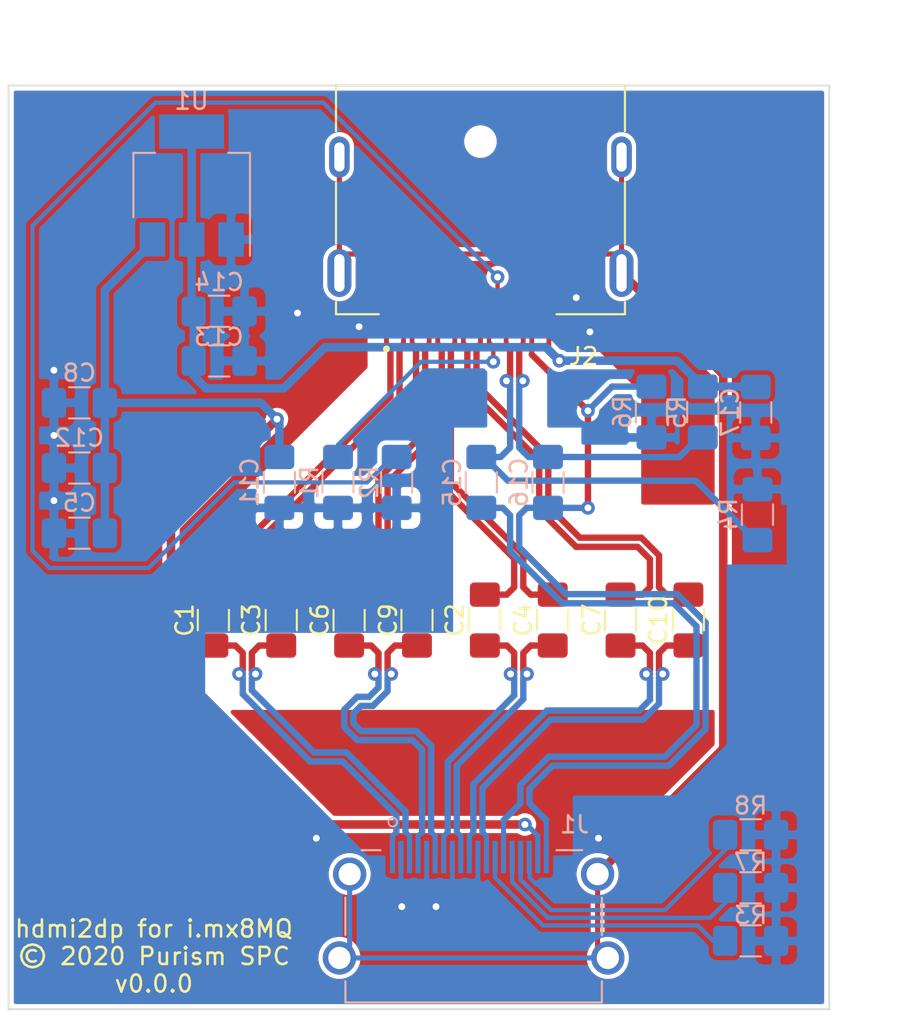
<source format=kicad_pcb>
(kicad_pcb (version 20171130) (host pcbnew 5.1.5-1.fc31)
  (title_block (company "Purism SPC"))
  (layers (0 F.Cu signal) (1 In1.Cu signal) (2 In2.Cu signal) (31 B.Cu signal) (35 F.Paste user) (36 B.SilkS user) (37 F.SilkS user) (38 B.Mask user) (39 F.Mask user) (44 Edge.Cuts user))
  (net 0 "")
  (net 1 /DCDC_5V)
  (net 2 GND)
  (net 3 "Net-(J2-Pad14)")
  (net 4 "Net-(J2-Pad13)")
  (net 5 /VDD_3V3)
  (net 6 Earth)
  (net 7 /HDMI_DDC_SCL)
  (net 8 /HDMI_DDC_SCA)
  (net 9 /HDMI_TX2P)
  (net 10 /HDMI_TX2N)
  (net 11 /HDMI_TX0P)
  (net 12 /HDMI_TX0N)
  (net 13 /HDMI_TX1P)
  (net 14 /HDMI_CLKP)
  (net 15 /HDMI_TX1N)
  (net 16 /HDMI_CLKN)
  (net 17 /HDMI_CEC)
  (net 18 /DP0_P)
  (net 19 /DP2_P)
  (net 20 /DP0_N)
  (net 21 /DP2_N)
  (net 22 /DP1_P)
  (net 23 /DP3_P)
  (net 24 /DP1_N)
  (net 25 /DP3_N)
  (net 26 /DP_AUX_P)
  (net 27 /DP_AUX_N)
  (net 28 /HDMI_HEACP)
  (net 29 /HDMI_HEACN)
  (module hdmi2dp:MOLEX_47272-0001 (layer F.Cu) (at 109.6 64 180)
    (fp_text reference J2 (at -6.025 -15.835) (layer F.SilkS))
    (fp_text value 47272-0001)
    (pad 1 smd rect (at 5.5 -13.56 180) (size 0.28 2.4) (layers F.Cu F.Paste F.Mask) (net 18 /DP0_P))
    (pad S1 thru_hole oval (at -8.25 -10.96 180) (size 1.4 2.8) (drill oval 0.6 2.2) (layers *.Cu *.Mask) (net 6 Earth))
    (pad S3 thru_hole oval (at -8.25 -4.18 180) (size 1.2 2.4) (drill oval 0.6 1.7) (layers *.Cu *.Mask) (net 6 Earth))
    (pad None np_thru_hole circle (at 0 -3.28 180) (size 1.4 1.4) (drill 1.4) (layers *.Cu *.Mask))
    (pad S2 thru_hole oval (at 8.25 -10.96 180) (size 1.4 2.8) (drill oval 0.6 2.2) (layers *.Cu *.Mask) (net 6 Earth))
    (pad S4 thru_hole oval (at 8.25 -4.18 180) (size 1.2 2.4) (drill oval 0.6 1.7) (layers *.Cu *.Mask) (net 6 Earth))
    (pad 2 smd rect (at 5 -13.56 180) (size 0.28 2.4) (layers F.Cu F.Paste F.Mask) (net 2 GND))
    (pad 3 smd rect (at 4.5 -13.56 180) (size 0.28 2.4) (layers F.Cu F.Paste F.Mask) (net 20 /DP0_N))
    (pad 4 smd rect (at 4 -13.56 180) (size 0.28 2.4) (layers F.Cu F.Paste F.Mask) (net 22 /DP1_P))
    (pad 5 smd rect (at 3.5 -13.56 180) (size 0.28 2.4) (layers F.Cu F.Paste F.Mask) (net 2 GND))
    (pad 6 smd rect (at 3 -13.56 180) (size 0.28 2.4) (layers F.Cu F.Paste F.Mask) (net 24 /DP1_N))
    (pad 7 smd rect (at 2.5 -13.56 180) (size 0.28 2.4) (layers F.Cu F.Paste F.Mask) (net 19 /DP2_P))
    (pad 8 smd rect (at 2 -13.56 180) (size 0.28 2.4) (layers F.Cu F.Paste F.Mask) (net 2 GND))
    (pad 9 smd rect (at 1.5 -13.56 180) (size 0.28 2.4) (layers F.Cu F.Paste F.Mask) (net 21 /DP2_N))
    (pad 10 smd rect (at 1 -13.56 180) (size 0.28 2.4) (layers F.Cu F.Paste F.Mask) (net 23 /DP3_P))
    (pad 11 smd rect (at 0.5 -13.56 180) (size 0.28 2.4) (layers F.Cu F.Paste F.Mask) (net 2 GND))
    (pad 12 smd rect (at 0 -13.56 180) (size 0.28 2.4) (layers F.Cu F.Paste F.Mask) (net 25 /DP3_N))
    (pad 13 smd rect (at -0.5 -13.56 180) (size 0.28 2.4) (layers F.Cu F.Paste F.Mask) (net 4 "Net-(J2-Pad13)"))
    (pad 14 smd rect (at -1 -13.56 180) (size 0.28 2.4) (layers F.Cu F.Paste F.Mask) (net 3 "Net-(J2-Pad14)"))
    (pad 15 smd rect (at -1.5 -13.56 180) (size 0.28 2.4) (layers F.Cu F.Paste F.Mask) (net 26 /DP_AUX_P))
    (pad 16 smd rect (at -2 -13.56 180) (size 0.28 2.4) (layers F.Cu F.Paste F.Mask) (net 2 GND))
    (pad 17 smd rect (at -2.5 -13.56 180) (size 0.28 2.4) (layers F.Cu F.Paste F.Mask) (net 27 /DP_AUX_N))
    (pad 18 smd rect (at -3 -13.56 180) (size 0.28 2.4) (layers F.Cu F.Paste F.Mask) (net 29 /HDMI_HEACN))
    (pad 19 smd rect (at -3.5 -13.56 180) (size 0.28 2.4) (layers F.Cu F.Paste F.Mask) (net 2 GND))
    (pad 20 smd rect (at -4 -13.56 180) (size 0.28 2.4) (layers F.Cu F.Paste F.Mask) (net 5 /VDD_3V3))
  )
  (module Capacitor_SMD:C_1206_3216Metric_Pad1.42x1.75mm_HandSolder (layer B.Cu) (at 109.65 87.2025 270)
    (fp_text reference C15 (at 0 1.7 270) (layer B.SilkS) (effects (justify mirror)))
    (fp_text value 0,1uF)
    (pad 2 smd roundrect (at 1.4875 0 270) (size 1.425 1.75) (layers B.Cu B.Paste B.Mask) (roundrect_rratio 0.175439) (net 28 /HDMI_HEACP))
    (pad 1 smd roundrect (at -1.4875 0 270) (size 1.425 1.75) (layers B.Cu B.Paste B.Mask) (roundrect_rratio 0.175439) (net 26 /DP_AUX_P))
  )
  (module Package_TO_SOT_SMD:SOT-223-3_TabPin2 (layer B.Cu) (at 92.71 69.85 90)
    (fp_text reference U1 (at 4.95 -0.01) (layer B.SilkS) (effects (justify mirror)))
    (fp_text value AMS1117-3.3)
    (pad 1 smd rect (at -3.15 2.3 90) (size 2 1.5) (layers B.Cu B.Paste B.Mask) (net 2 GND))
    (pad 3 smd rect (at -3.15 -2.3 90) (size 2 1.5) (layers B.Cu B.Paste B.Mask) (net 1 /DCDC_5V))
    (pad 2 smd rect (at -3.15 0 90) (size 2 1.5) (layers B.Cu B.Paste B.Mask) (net 5 /VDD_3V3))
    (pad 2 smd rect (at 3.15 0 90) (size 2 3.8) (layers B.Cu B.Paste B.Mask) (net 5 /VDD_3V3))
  )
  (module Capacitor_SMD:C_1206_3216Metric_Pad1.42x1.75mm_HandSolder (layer B.Cu) (at 125.7 83.1125 270)
    (fp_text reference C17 (at -0.0125 1.5 270) (layer B.SilkS) (effects (justify mirror)))
    (fp_text value 1uF)
    (pad 2 smd roundrect (at 1.4875 0 270) (size 1.425 1.75) (layers B.Cu B.Paste B.Mask) (roundrect_rratio 0.175439) (net 2 GND))
    (pad 1 smd roundrect (at -1.4875 0 270) (size 1.425 1.75) (layers B.Cu B.Paste B.Mask) (roundrect_rratio 0.175439) (net 5 /VDD_3V3))
  )
  (module Resistor_SMD:R_1206_3216Metric_Pad1.42x1.75mm_HandSolder (layer B.Cu) (at 122.6 83.0875 90)
    (fp_text reference R5 (at -0.0125 -1.5 270) (layer B.SilkS) (effects (justify mirror)))
    (fp_text value 100K)
    (pad 2 smd roundrect (at 1.4875 0 90) (size 1.425 1.75) (layers B.Cu B.Paste B.Mask) (roundrect_rratio 0.175439) (net 5 /VDD_3V3))
    (pad 1 smd roundrect (at -1.4875 0 90) (size 1.425 1.75) (layers B.Cu B.Paste B.Mask) (roundrect_rratio 0.175439) (net 27 /DP_AUX_N))
  )
  (module Resistor_SMD:R_1206_3216Metric_Pad1.42x1.75mm_HandSolder (layer B.Cu) (at 125.4 110.9)
    (fp_text reference R7 (at 0 -1.5 180) (layer B.SilkS) (effects (justify mirror)))
    (fp_text value >100K)
    (pad 2 smd roundrect (at 1.4875 0) (size 1.425 1.75) (layers B.Cu B.Paste B.Mask) (roundrect_rratio 0.175439) (net 2 GND))
    (pad 1 smd roundrect (at -1.4875 0) (size 1.425 1.75) (layers B.Cu B.Paste B.Mask) (roundrect_rratio 0.175439) (net 7 /HDMI_DDC_SCL))
  )
  (module Resistor_SMD:R_1206_3216Metric_Pad1.42x1.75mm_HandSolder (layer B.Cu) (at 125.4 114)
    (fp_text reference R3 (at 0 -1.5 180) (layer B.SilkS) (effects (justify mirror)))
    (fp_text value >100K)
    (pad 2 smd roundrect (at 1.4875 0) (size 1.425 1.75) (layers B.Cu B.Paste B.Mask) (roundrect_rratio 0.175439) (net 2 GND))
    (pad 1 smd roundrect (at -1.4875 0) (size 1.425 1.75) (layers B.Cu B.Paste B.Mask) (roundrect_rratio 0.175439) (net 17 /HDMI_CEC))
  )
  (module Resistor_SMD:R_1206_3216Metric_Pad1.42x1.75mm_HandSolder (layer B.Cu) (at 125.4 107.8)
    (fp_text reference R8 (at 0 -1.7 180) (layer B.SilkS) (effects (justify mirror)))
    (fp_text value >100K)
    (pad 2 smd roundrect (at 1.4875 0) (size 1.425 1.75) (layers B.Cu B.Paste B.Mask) (roundrect_rratio 0.175439) (net 2 GND))
    (pad 1 smd roundrect (at -1.4875 0) (size 1.425 1.75) (layers B.Cu B.Paste B.Mask) (roundrect_rratio 0.175439) (net 8 /HDMI_DDC_SCA))
  )
  (module hdmi2dp:AMPHENOL_10029449-001RLF (layer B.Cu) (at 109.2 110.1 180)
    (fp_text reference J1 (at -5.9 2.9) (layer B.SilkS) (effects (justify mirror)))
    (fp_text value HDMI_A)
    (pad S4 thru_hole circle (at 7.85 -4.9 180) (size 1.95 1.95) (drill 1.3) (layers *.Cu *.Mask) (net 6 Earth))
    (pad S3 thru_hole circle (at -7.85 -4.9 180) (size 1.95 1.95) (drill 1.3) (layers *.Cu *.Mask) (net 6 Earth))
    (pad S1 thru_hole circle (at 7.25 0 180) (size 1.95 1.95) (drill 1.3) (layers *.Cu *.Mask) (net 6 Earth))
    (pad S2 thru_hole circle (at -7.25 0 180) (size 1.95 1.95) (drill 1.3) (layers *.Cu *.Mask) (net 6 Earth))
    (pad 19 smd rect (at -4.25 1 180) (size 0.3 1.9) (layers B.Cu B.Paste B.Mask) (net 29 /HDMI_HEACN))
    (pad 18 smd rect (at -3.75 1 180) (size 0.3 1.9) (layers B.Cu B.Paste B.Mask) (net 1 /DCDC_5V))
    (pad 17 smd rect (at -3.25 1 180) (size 0.3 1.9) (layers B.Cu B.Paste B.Mask) (net 2 GND))
    (pad 16 smd rect (at -2.75 1 180) (size 0.3 1.9) (layers B.Cu B.Paste B.Mask) (net 8 /HDMI_DDC_SCA))
    (pad 15 smd rect (at -2.25 1 180) (size 0.3 1.9) (layers B.Cu B.Paste B.Mask) (net 7 /HDMI_DDC_SCL))
    (pad 14 smd rect (at -1.75 1 180) (size 0.3 1.9) (layers B.Cu B.Paste B.Mask) (net 28 /HDMI_HEACP))
    (pad 13 smd rect (at -1.25 1 180) (size 0.3 1.9) (layers B.Cu B.Paste B.Mask) (net 17 /HDMI_CEC))
    (pad 12 smd rect (at -0.75 1 180) (size 0.3 1.9) (layers B.Cu B.Paste B.Mask) (net 16 /HDMI_CLKN))
    (pad 11 smd rect (at -0.25 1 180) (size 0.3 1.9) (layers B.Cu B.Paste B.Mask) (net 2 GND))
    (pad 10 smd rect (at 0.25 1 180) (size 0.3 1.9) (layers B.Cu B.Paste B.Mask) (net 14 /HDMI_CLKP))
    (pad 9 smd rect (at 0.75 1 180) (size 0.3 1.9) (layers B.Cu B.Paste B.Mask) (net 12 /HDMI_TX0N))
    (pad 8 smd rect (at 1.25 1 180) (size 0.3 1.9) (layers B.Cu B.Paste B.Mask) (net 2 GND))
    (pad 7 smd rect (at 1.75 1 180) (size 0.3 1.9) (layers B.Cu B.Paste B.Mask) (net 11 /HDMI_TX0P))
    (pad 6 smd rect (at 2.25 1 180) (size 0.3 1.9) (layers B.Cu B.Paste B.Mask) (net 15 /HDMI_TX1N))
    (pad 5 smd rect (at 2.75 1 180) (size 0.3 1.9) (layers B.Cu B.Paste B.Mask) (net 2 GND))
    (pad 4 smd rect (at 3.25 1 180) (size 0.3 1.9) (layers B.Cu B.Paste B.Mask) (net 13 /HDMI_TX1P))
    (pad 3 smd rect (at 3.75 1 180) (size 0.3 1.9) (layers B.Cu B.Paste B.Mask) (net 10 /HDMI_TX2N))
    (pad 2 smd rect (at 4.25 1 180) (size 0.3 1.9) (layers B.Cu B.Paste B.Mask) (net 2 GND))
    (pad 1 smd rect (at 4.75 1 180) (size 0.3 1.9) (layers B.Cu B.Paste B.Mask) (net 9 /HDMI_TX2P))
  )
  (module Capacitor_SMD:C_1206_3216Metric_Pad1.42x1.75mm_HandSolder (layer F.Cu) (at 93.98 95.25 270)
    (fp_text reference C1 (at 0 1.68 90) (layer F.SilkS))
    (fp_text value 0,1uF)
    (pad 2 smd roundrect (at 1.4875 0 270) (size 1.425 1.75) (layers F.Cu F.Paste F.Mask) (roundrect_rratio 0.175439) (net 9 /HDMI_TX2P))
    (pad 1 smd roundrect (at -1.4875 0 270) (size 1.425 1.75) (layers F.Cu F.Paste F.Mask) (roundrect_rratio 0.175439) (net 18 /DP0_P))
  )
  (module Capacitor_SMD:C_1206_3216Metric_Pad1.42x1.75mm_HandSolder (layer F.Cu) (at 109.855 95.25 270)
    (fp_text reference C2 (at 0 1.755 90) (layer F.SilkS))
    (fp_text value 0,1uF)
    (pad 2 smd roundrect (at 1.4875 0 270) (size 1.425 1.75) (layers F.Cu F.Paste F.Mask) (roundrect_rratio 0.175439) (net 11 /HDMI_TX0P))
    (pad 1 smd roundrect (at -1.4875 0 270) (size 1.425 1.75) (layers F.Cu F.Paste F.Mask) (roundrect_rratio 0.175439) (net 19 /DP2_P))
  )
  (module Capacitor_SMD:C_1206_3216Metric_Pad1.42x1.75mm_HandSolder (layer F.Cu) (at 97.94875 95.25 270)
    (fp_text reference C3 (at 0 1.74875 90) (layer F.SilkS))
    (fp_text value 0,1uF)
    (pad 2 smd roundrect (at 1.4875 0 270) (size 1.425 1.75) (layers F.Cu F.Paste F.Mask) (roundrect_rratio 0.175439) (net 10 /HDMI_TX2N))
    (pad 1 smd roundrect (at -1.4875 0 270) (size 1.425 1.75) (layers F.Cu F.Paste F.Mask) (roundrect_rratio 0.175439) (net 20 /DP0_N))
  )
  (module Capacitor_SMD:C_1206_3216Metric_Pad1.42x1.75mm_HandSolder (layer F.Cu) (at 113.82375 95.25 270)
    (fp_text reference C4 (at 0 1.72375 90) (layer F.SilkS))
    (fp_text value 0,1uF)
    (pad 2 smd roundrect (at 1.4875 0 270) (size 1.425 1.75) (layers F.Cu F.Paste F.Mask) (roundrect_rratio 0.175439) (net 12 /HDMI_TX0N))
    (pad 1 smd roundrect (at -1.4875 0 270) (size 1.425 1.75) (layers F.Cu F.Paste F.Mask) (roundrect_rratio 0.175439) (net 21 /DP2_N))
  )
  (module Capacitor_SMD:C_1206_3216Metric_Pad1.42x1.75mm_HandSolder (layer B.Cu) (at 86.1425 90.17 180)
    (fp_text reference C5 (at 0 1.77) (layer B.SilkS) (effects (justify mirror)))
    (fp_text value 22uF)
    (pad 2 smd roundrect (at 1.4875 0 180) (size 1.425 1.75) (layers B.Cu B.Paste B.Mask) (roundrect_rratio 0.175439) (net 2 GND))
    (pad 1 smd roundrect (at -1.4875 0 180) (size 1.425 1.75) (layers B.Cu B.Paste B.Mask) (roundrect_rratio 0.175439) (net 1 /DCDC_5V))
  )
  (module Capacitor_SMD:C_1206_3216Metric_Pad1.42x1.75mm_HandSolder (layer F.Cu) (at 101.9175 95.25 270)
    (fp_text reference C6 (at 0 1.7175 90) (layer F.SilkS))
    (fp_text value 0,1uF)
    (pad 2 smd roundrect (at 1.4875 0 270) (size 1.425 1.75) (layers F.Cu F.Paste F.Mask) (roundrect_rratio 0.175439) (net 13 /HDMI_TX1P))
    (pad 1 smd roundrect (at -1.4875 0 270) (size 1.425 1.75) (layers F.Cu F.Paste F.Mask) (roundrect_rratio 0.175439) (net 22 /DP1_P))
  )
  (module Capacitor_SMD:C_1206_3216Metric_Pad1.42x1.75mm_HandSolder (layer F.Cu) (at 117.7925 95.25 270)
    (fp_text reference C7 (at 0 1.6925 90) (layer F.SilkS))
    (fp_text value 0,1uF)
    (pad 2 smd roundrect (at 1.4875 0 270) (size 1.425 1.75) (layers F.Cu F.Paste F.Mask) (roundrect_rratio 0.175439) (net 14 /HDMI_CLKP))
    (pad 1 smd roundrect (at -1.4875 0 270) (size 1.425 1.75) (layers F.Cu F.Paste F.Mask) (roundrect_rratio 0.175439) (net 23 /DP3_P))
  )
  (module Capacitor_SMD:C_1206_3216Metric_Pad1.42x1.75mm_HandSolder (layer B.Cu) (at 86.1425 82.55 180)
    (fp_text reference C8 (at 0 1.75) (layer B.SilkS) (effects (justify mirror)))
    (fp_text value 0,1uF)
    (pad 2 smd roundrect (at 1.4875 0 180) (size 1.425 1.75) (layers B.Cu B.Paste B.Mask) (roundrect_rratio 0.175439) (net 2 GND))
    (pad 1 smd roundrect (at -1.4875 0 180) (size 1.425 1.75) (layers B.Cu B.Paste B.Mask) (roundrect_rratio 0.175439) (net 1 /DCDC_5V))
  )
  (module Capacitor_SMD:C_1206_3216Metric_Pad1.42x1.75mm_HandSolder (layer F.Cu) (at 105.88625 95.25 270)
    (fp_text reference C9 (at 0 1.68625 90) (layer F.SilkS))
    (fp_text value 0,1uF)
    (pad 2 smd roundrect (at 1.4875 0 270) (size 1.425 1.75) (layers F.Cu F.Paste F.Mask) (roundrect_rratio 0.175439) (net 15 /HDMI_TX1N))
    (pad 1 smd roundrect (at -1.4875 0 270) (size 1.425 1.75) (layers F.Cu F.Paste F.Mask) (roundrect_rratio 0.175439) (net 24 /DP1_N))
  )
  (module Capacitor_SMD:C_1206_3216Metric_Pad1.42x1.75mm_HandSolder (layer F.Cu) (at 121.76125 95.25 270)
    (fp_text reference C10 (at 0 1.76125 90) (layer F.SilkS))
    (fp_text value 0,1uF)
    (pad 2 smd roundrect (at 1.4875 0 270) (size 1.425 1.75) (layers F.Cu F.Paste F.Mask) (roundrect_rratio 0.175439) (net 16 /HDMI_CLKN))
    (pad 1 smd roundrect (at -1.4875 0 270) (size 1.425 1.75) (layers F.Cu F.Paste F.Mask) (roundrect_rratio 0.175439) (net 25 /DP3_N))
  )
  (module Capacitor_SMD:C_1206_3216Metric_Pad1.42x1.75mm_HandSolder (layer B.Cu) (at 97.839 87.2025 90)
    (fp_text reference C11 (at 0.0025 -1.739 270) (layer B.SilkS) (effects (justify mirror)))
    (fp_text value 10uF)
    (pad 2 smd roundrect (at 1.4875 0 90) (size 1.425 1.75) (layers B.Cu B.Paste B.Mask) (roundrect_rratio 0.175439) (net 1 /DCDC_5V))
    (pad 1 smd roundrect (at -1.4875 0 90) (size 1.425 1.75) (layers B.Cu B.Paste B.Mask) (roundrect_rratio 0.175439) (net 2 GND))
  )
  (module Capacitor_SMD:C_1206_3216Metric_Pad1.42x1.75mm_HandSolder (layer B.Cu) (at 86.1425 86.36)
    (fp_text reference C12 (at 0 -1.76) (layer B.SilkS) (effects (justify mirror)))
    (fp_text value 0,1uF)
    (pad 2 smd roundrect (at 1.4875 0) (size 1.425 1.75) (layers B.Cu B.Paste B.Mask) (roundrect_rratio 0.175439) (net 1 /DCDC_5V))
    (pad 1 smd roundrect (at -1.4875 0) (size 1.425 1.75) (layers B.Cu B.Paste B.Mask) (roundrect_rratio 0.175439) (net 2 GND))
  )
  (module Resistor_SMD:R_1206_3216Metric_Pad1.42x1.75mm_HandSolder (layer B.Cu) (at 101.268 87.2025 270)
    (fp_text reference R1 (at 0 1.668 90) (layer B.SilkS) (effects (justify mirror)))
    (fp_text value 1M)
    (pad 2 smd roundrect (at 1.4875 0 270) (size 1.425 1.75) (layers B.Cu B.Paste B.Mask) (roundrect_rratio 0.175439) (net 2 GND))
    (pad 1 smd roundrect (at -1.4875 0 270) (size 1.425 1.75) (layers B.Cu B.Paste B.Mask) (roundrect_rratio 0.175439) (net 4 "Net-(J2-Pad13)"))
  )
  (module Resistor_SMD:R_1206_3216Metric_Pad1.42x1.75mm_HandSolder (layer B.Cu) (at 104.697 87.2025 270)
    (fp_text reference R2 (at -0.0025 1.597 270) (layer B.SilkS) (effects (justify mirror)))
    (fp_text value 1M)
    (pad 2 smd roundrect (at 1.4875 0 270) (size 1.425 1.75) (layers B.Cu B.Paste B.Mask) (roundrect_rratio 0.175439) (net 2 GND))
    (pad 1 smd roundrect (at -1.4875 0 270) (size 1.425 1.75) (layers B.Cu B.Paste B.Mask) (roundrect_rratio 0.175439) (net 3 "Net-(J2-Pad14)"))
  )
  (module Capacitor_SMD:C_1206_3216Metric_Pad1.42x1.75mm_HandSolder (layer B.Cu) (at 94.3125 80.1)
    (fp_text reference C13 (at -0.0125 -1.4 180) (layer B.SilkS) (effects (justify mirror)))
    (fp_text value 0,1uF)
    (pad 2 smd roundrect (at 1.4875 0) (size 1.425 1.75) (layers B.Cu B.Paste B.Mask) (roundrect_rratio 0.175439) (net 2 GND))
    (pad 1 smd roundrect (at -1.4875 0) (size 1.425 1.75) (layers B.Cu B.Paste B.Mask) (roundrect_rratio 0.175439) (net 5 /VDD_3V3))
  )
  (module Capacitor_SMD:C_1206_3216Metric_Pad1.42x1.75mm_HandSolder (layer B.Cu) (at 94.3125 77.2)
    (fp_text reference C14 (at 0 -1.7 180) (layer B.SilkS) (effects (justify mirror)))
    (fp_text value 22uF)
    (pad 2 smd roundrect (at 1.4875 0) (size 1.425 1.75) (layers B.Cu B.Paste B.Mask) (roundrect_rratio 0.175439) (net 2 GND))
    (pad 1 smd roundrect (at -1.4875 0) (size 1.425 1.75) (layers B.Cu B.Paste B.Mask) (roundrect_rratio 0.175439) (net 5 /VDD_3V3))
  )
  (module Capacitor_SMD:C_1206_3216Metric_Pad1.42x1.75mm_HandSolder (layer B.Cu) (at 113.55 87.2025 270)
    (fp_text reference C16 (at 0 1.7 270) (layer B.SilkS) (effects (justify mirror)))
    (fp_text value 0,1uF)
    (pad 2 smd roundrect (at 1.4875 0 270) (size 1.425 1.75) (layers B.Cu B.Paste B.Mask) (roundrect_rratio 0.175439) (net 29 /HDMI_HEACN))
    (pad 1 smd roundrect (at -1.4875 0 270) (size 1.425 1.75) (layers B.Cu B.Paste B.Mask) (roundrect_rratio 0.175439) (net 27 /DP_AUX_N))
  )
  (module Resistor_SMD:R_1206_3216Metric_Pad1.42x1.75mm_HandSolder (layer B.Cu) (at 125.8 89.0875 90)
    (fp_text reference R4 (at 0 -1.7 270) (layer B.SilkS) (effects (justify mirror)))
    (fp_text value 100K)
    (pad 2 smd roundrect (at 1.4875 0 90) (size 1.425 1.75) (layers B.Cu B.Paste B.Mask) (roundrect_rratio 0.175439) (net 2 GND))
    (pad 1 smd roundrect (at -1.4875 0 90) (size 1.425 1.75) (layers B.Cu B.Paste B.Mask) (roundrect_rratio 0.175439) (net 26 /DP_AUX_P))
  )
  (module Resistor_SMD:R_1206_3216Metric_Pad1.42x1.75mm_HandSolder (layer B.Cu) (at 119.6 83.0875 270)
    (fp_text reference R6 (at 0 1.7 270) (layer B.SilkS) (effects (justify mirror)))
    (fp_text value 1M)
    (pad 2 smd roundrect (at 1.4875 0 270) (size 1.425 1.75) (layers B.Cu B.Paste B.Mask) (roundrect_rratio 0.175439) (net 2 GND))
    (pad 1 smd roundrect (at -1.4875 0 270) (size 1.425 1.75) (layers B.Cu B.Paste B.Mask) (roundrect_rratio 0.175439) (net 29 /HDMI_HEACN))
  )
  (gr_text "hdmi2dp for i.mx8MQ\n© 2020 Purism SPC\nv0.0.0" (at 90.5 114.9) (layer F.SilkS) (effects (font (size 1 1))))
  (gr_line (start 130 64) (end 130 118) (layer Edge.Cuts) (width 0.1))
  (gr_line (start 82 64) (end 130 64) (layer Edge.Cuts) (width 0.1))
  (gr_line (start 82 118) (end 82 64) (layer Edge.Cuts) (width 0.1))
  (gr_line (start 130 118) (end 82 118) (layer Edge.Cuts) (width 0.1))
  (segment (start 97.839 85.0025) (end 97.839 85.715) (width 0.25) (layer B.Cu) (net 1))
  (via (at 97.7 83.5) (size 0.8) (drill 0.4) (layers F.Cu B.Cu) (net 1))
  (segment (start 87.63 85.485) (end 87.63 86.36) (width 0.25) (layer B.Cu) (net 1))
  (segment (start 87.63 90.17) (end 87.63 86.36) (width 0.5) (layer B.Cu) (net 1))
  (segment (start 87.63 86.36) (end 87.63 82.55) (width 0.5) (layer B.Cu) (net 1))
  (segment (start 97.839 83.639) (end 97.7 83.5) (width 0.5) (layer B.Cu) (net 1))
  (segment (start 97.839 85.715) (end 97.839 83.639) (width 0.5) (layer B.Cu) (net 1))
  (segment (start 96.75 82.55) (end 97.7 83.5) (width 0.5) (layer B.Cu) (net 1))
  (segment (start 87.63 82.55) (end 96.75 82.55) (width 0.5) (layer B.Cu) (net 1))
  (segment (start 90.41 73.19) (end 90.41 73) (width 0.5) (layer B.Cu) (net 1))
  (segment (start 87.63 82.55) (end 87.63 75.97) (width 0.5) (layer B.Cu) (net 1))
  (segment (start 87.63 75.97) (end 90.41 73.19) (width 0.5) (layer B.Cu) (net 1))
  (segment (start 112.3 107.2) (end 112.2 107.2) (width 0.3) (layer B.Cu) (net 1))
  (via (at 112.2 107.2) (size 0.8) (drill 0.4) (layers F.Cu B.Cu) (net 1))
  (segment (start 112.95 107.85) (end 112.3 107.2) (width 0.3) (layer B.Cu) (net 1))
  (segment (start 112.95 109.1) (end 112.95 107.85) (width 0.3) (layer B.Cu) (net 1))
  (segment (start 91.5 89.7) (end 91.5 97.9) (width 0.5) (layer F.Cu) (net 1))
  (segment (start 97.7 83.5) (end 91.5 89.7) (width 0.5) (layer F.Cu) (net 1))
  (segment (start 91.5 97.9) (end 100.8 107.2) (width 0.5) (layer F.Cu) (net 1))
  (segment (start 100.8 107.2) (end 111.634315 107.2) (width 0.5) (layer F.Cu) (net 1))
  (segment (start 111.634315 107.2) (end 112.2 107.2) (width 0.5) (layer F.Cu) (net 1))
  (via (at 98.9 77.3) (size 0.8) (drill 0.4) (layers F.Cu B.Cu) (net 2))
  (segment (start 104.6 76.11) (end 104.6 77.56) (width 0.25) (layer F.Cu) (net 2))
  (segment (start 95.9 77.3) (end 95.8 77.2) (width 0.25) (layer B.Cu) (net 2))
  (segment (start 98.9 77.3) (end 95.9 77.3) (width 0.25) (layer B.Cu) (net 2))
  (segment (start 106.1 76.11) (end 106.1 77.56) (width 0.25) (layer F.Cu) (net 2))
  (segment (start 106.024999 76.034999) (end 106.1 76.11) (width 0.25) (layer F.Cu) (net 2))
  (segment (start 107.6 76.11) (end 107.6 77.56) (width 0.25) (layer F.Cu) (net 2))
  (segment (start 109.1 76.11) (end 109.1 77.56) (width 0.25) (layer F.Cu) (net 2))
  (segment (start 109.024999 76.034999) (end 109.1 76.11) (width 0.25) (layer F.Cu) (net 2))
  (segment (start 103.7 75.9) (end 102.3 77.3) (width 0.25) (layer F.Cu) (net 2))
  (segment (start 102.3 77.3) (end 98.9 77.3) (width 0.25) (layer F.Cu) (net 2))
  (segment (start 104.6 76.11) (end 104.39 75.9) (width 0.25) (layer F.Cu) (net 2))
  (segment (start 104.39 75.9) (end 103.7 75.9) (width 0.25) (layer F.Cu) (net 2))
  (segment (start 104.6 76.11) (end 104.81 75.9) (width 0.25) (layer F.Cu) (net 2))
  (segment (start 105.89 75.9) (end 106.024999 76.034999) (width 0.25) (layer F.Cu) (net 2))
  (segment (start 104.81 75.9) (end 105.89 75.9) (width 0.25) (layer F.Cu) (net 2))
  (segment (start 107.39 75.9) (end 107.6 76.11) (width 0.25) (layer F.Cu) (net 2))
  (segment (start 106.024999 76.034999) (end 106.159998 75.9) (width 0.25) (layer F.Cu) (net 2))
  (segment (start 106.159998 75.9) (end 107.39 75.9) (width 0.25) (layer F.Cu) (net 2))
  (segment (start 108.89 75.9) (end 109.024999 76.034999) (width 0.25) (layer F.Cu) (net 2))
  (segment (start 107.6 76.11) (end 107.81 75.9) (width 0.25) (layer F.Cu) (net 2))
  (segment (start 107.81 75.9) (end 108.89 75.9) (width 0.25) (layer F.Cu) (net 2))
  (segment (start 109.45 110.3) (end 109.45 109.1) (width 0.25) (layer B.Cu) (net 2))
  (segment (start 109.25 110.5) (end 109.45 110.3) (width 0.25) (layer B.Cu) (net 2))
  (segment (start 107.999998 110.5) (end 109.25 110.5) (width 0.25) (layer B.Cu) (net 2))
  (segment (start 106.45 110.45) (end 106.5 110.5) (width 0.25) (layer B.Cu) (net 2))
  (segment (start 106.45 109.1) (end 106.45 110.45) (width 0.25) (layer B.Cu) (net 2))
  (segment (start 106.5 110.5) (end 107.75 110.5) (width 0.25) (layer B.Cu) (net 2))
  (segment (start 104.915 110.5) (end 105.164998 110.5) (width 0.25) (layer B.Cu) (net 2))
  (segment (start 105.164998 110.5) (end 106.5 110.5) (width 0.25) (layer B.Cu) (net 2))
  (segment (start 104.95 110.465) (end 104.915 110.5) (width 0.25) (layer B.Cu) (net 2))
  (segment (start 104.95 109.1) (end 104.95 110.465) (width 0.25) (layer B.Cu) (net 2))
  (segment (start 107.75 110.5) (end 107.999998 110.5) (width 0.25) (layer B.Cu) (net 2))
  (segment (start 107.95 110.450002) (end 107.999998 110.5) (width 0.25) (layer B.Cu) (net 2))
  (segment (start 107.95 109.1) (end 107.95 110.450002) (width 0.25) (layer B.Cu) (net 2))
  (via (at 116 78.4) (size 0.8) (drill 0.4) (layers F.Cu B.Cu) (net 2))
  (via (at 115.2 76.4) (size 0.8) (drill 0.4) (layers F.Cu B.Cu) (net 2))
  (via (at 102.5 78.1) (size 0.8) (drill 0.4) (layers F.Cu B.Cu) (net 2))
  (via (at 105 112) (size 0.8) (drill 0.4) (layers F.Cu B.Cu) (net 2))
  (via (at 107 112) (size 0.8) (drill 0.4) (layers F.Cu B.Cu) (net 2))
  (via (at 100 108) (size 0.8) (drill 0.4) (layers F.Cu B.Cu) (net 2))
  (via (at 116.5 108) (size 0.8) (drill 0.4) (layers F.Cu B.Cu) (net 2))
  (segment (start 114.7 75.9) (end 115.2 76.4) (width 0.25) (layer F.Cu) (net 2))
  (segment (start 112.89 75.9) (end 114.7 75.9) (width 0.25) (layer F.Cu) (net 2))
  (segment (start 113.1 75.9) (end 113.1 77.56) (width 0.25) (layer F.Cu) (net 2))
  (segment (start 112.89 75.9) (end 113.1 75.9) (width 0.25) (layer F.Cu) (net 2))
  (segment (start 111.8 75.9) (end 112.89 75.9) (width 0.25) (layer F.Cu) (net 2))
  (segment (start 111.6 77.56) (end 111.6 76.1) (width 0.25) (layer F.Cu) (net 2))
  (segment (start 111.6 76.1) (end 111.8 75.9) (width 0.25) (layer F.Cu) (net 2))
  (via (at 84.655 80.645) (size 0.8) (drill 0.4) (layers F.Cu B.Cu) (net 2))
  (via (at 84.655 88.265) (size 0.8) (drill 0.4) (layers F.Cu B.Cu) (net 2))
  (via (at 84.655 84.455) (size 0.8) (drill 0.4) (layers F.Cu B.Cu) (net 2))
  (segment (start 93.2 91.6) (end 96.11 88.69) (width 0.25) (layer B.Cu) (net 2))
  (segment (start 103.9 110.5) (end 103.6 110.2) (width 0.25) (layer B.Cu) (net 2))
  (segment (start 96.11 88.69) (end 97.839 88.69) (width 0.25) (layer B.Cu) (net 2))
  (segment (start 104.915 110.5) (end 103.9 110.5) (width 0.25) (layer B.Cu) (net 2))
  (segment (start 103.6 110.2) (end 103.6 109.8) (width 0.25) (layer B.Cu) (net 2))
  (segment (start 93.2 99.4) (end 93.2 91.6) (width 0.25) (layer B.Cu) (net 2))
  (segment (start 103.6 109.8) (end 93.2 99.4) (width 0.25) (layer B.Cu) (net 2))
  (segment (start 117 106) (end 126.55 106) (width 0.25) (layer B.Cu) (net 2))
  (segment (start 115.25 107.75) (end 117 106) (width 0.25) (layer B.Cu) (net 2))
  (segment (start 126.8875 106.3375) (end 126.8875 107.8) (width 0.25) (layer B.Cu) (net 2))
  (segment (start 115.25 109.187999) (end 115.25 107.75) (width 0.25) (layer B.Cu) (net 2))
  (segment (start 126.55 106) (end 126.8875 106.3375) (width 0.25) (layer B.Cu) (net 2))
  (segment (start 112.474999 110.310001) (end 112.864998 110.7) (width 0.25) (layer B.Cu) (net 2))
  (segment (start 112.45 109.1) (end 112.474999 109.1) (width 0.25) (layer B.Cu) (net 2))
  (segment (start 113.737999 110.7) (end 115.25 109.187999) (width 0.25) (layer B.Cu) (net 2))
  (segment (start 112.474999 109.1) (end 112.474999 110.310001) (width 0.25) (layer B.Cu) (net 2))
  (segment (start 112.864998 110.7) (end 113.737999 110.7) (width 0.25) (layer B.Cu) (net 2))
  (via (at 110.6 75.2) (size 0.8) (drill 0.4) (layers F.Cu B.Cu) (net 3))
  (segment (start 110.6 77.56) (end 110.6 75.2) (width 0.25) (layer F.Cu) (net 3))
  (segment (start 90.6 65) (end 100.4 65) (width 0.25) (layer B.Cu) (net 3))
  (segment (start 83.4 72.2) (end 90.6 65) (width 0.25) (layer B.Cu) (net 3))
  (segment (start 83.4 91.2) (end 83.4 72.2) (width 0.25) (layer B.Cu) (net 3))
  (segment (start 100.4 65) (end 110.6 75.2) (width 0.25) (layer B.Cu) (net 3))
  (segment (start 84.4 92.2) (end 83.4 91.2) (width 0.25) (layer B.Cu) (net 3))
  (segment (start 104.697 85.715) (end 104.44725 85.715) (width 0.25) (layer B.Cu) (net 3))
  (segment (start 102.96225 87.2) (end 95.2 87.2) (width 0.25) (layer B.Cu) (net 3))
  (segment (start 104.44725 85.715) (end 102.96225 87.2) (width 0.25) (layer B.Cu) (net 3))
  (segment (start 95.2 87.2) (end 90.2 92.2) (width 0.25) (layer B.Cu) (net 3))
  (segment (start 90.2 92.2) (end 84.4 92.2) (width 0.25) (layer B.Cu) (net 3))
  (via (at 110.35 80.15) (size 0.8) (drill 0.4) (layers F.Cu B.Cu) (net 4))
  (segment (start 109.784315 80.15) (end 110.35 80.15) (width 0.25) (layer B.Cu) (net 4))
  (segment (start 101.268 85.0025) (end 106.1205 80.15) (width 0.25) (layer B.Cu) (net 4))
  (segment (start 101.268 85.715) (end 101.268 85.0025) (width 0.25) (layer B.Cu) (net 4))
  (segment (start 106.1205 80.15) (end 109.784315 80.15) (width 0.25) (layer B.Cu) (net 4))
  (segment (start 110.35 80.15) (end 110.35 79.26) (width 0.25) (layer F.Cu) (net 4))
  (segment (start 110.1 79.01) (end 110.1 77.56) (width 0.25) (layer F.Cu) (net 4))
  (segment (start 110.35 79.26) (end 110.1 79.01) (width 0.25) (layer F.Cu) (net 4))
  (segment (start 114.478345 80.08734) (end 114.21266 80.08734) (width 0.25) (layer B.Cu) (net 5))
  (via (at 114.21266 80.08734) (size 0.8) (drill 0.4) (layers F.Cu B.Cu) (net 5))
  (segment (start 113.6 77.56) (end 113.6 79.47468) (width 0.28) (layer F.Cu) (net 5))
  (segment (start 92.71 73) (end 92.71 66.7) (width 0.5) (layer B.Cu) (net 5))
  (segment (start 92.71 77.085) (end 92.825 77.2) (width 0.5) (layer B.Cu) (net 5))
  (segment (start 92.71 73) (end 92.71 77.085) (width 0.5) (layer B.Cu) (net 5))
  (segment (start 92.825 77.2) (end 92.825 80.1) (width 0.5) (layer B.Cu) (net 5))
  (segment (start 125.675 81.6) (end 125.7 81.625) (width 0.5) (layer B.Cu) (net 5))
  (segment (start 122.6 81.6) (end 125.675 81.6) (width 0.5) (layer B.Cu) (net 5))
  (segment (start 114.778345 80.08734) (end 114.21266 80.08734) (width 0.5) (layer B.Cu) (net 5))
  (segment (start 122.6 81.6) (end 122.6 81.59375) (width 0.5) (layer B.Cu) (net 5))
  (segment (start 121.09359 80.08734) (end 114.778345 80.08734) (width 0.5) (layer B.Cu) (net 5))
  (segment (start 122.6 81.59375) (end 121.09359 80.08734) (width 0.5) (layer B.Cu) (net 5))
  (segment (start 113.42532 79.3) (end 114.21266 80.08734) (width 0.5) (layer B.Cu) (net 5))
  (segment (start 92.825 80.1) (end 92.825 80.975) (width 0.5) (layer B.Cu) (net 5))
  (segment (start 92.825 80.975) (end 93.55 81.7) (width 0.5) (layer B.Cu) (net 5))
  (segment (start 93.55 81.7) (end 98.1 81.7) (width 0.5) (layer B.Cu) (net 5))
  (segment (start 98.1 81.7) (end 100.5 79.3) (width 0.5) (layer B.Cu) (net 5))
  (segment (start 100.5 79.3) (end 113.42532 79.3) (width 0.5) (layer B.Cu) (net 5))
  (segment (start 113.6 79.47468) (end 114.21266 80.08734) (width 0.5) (layer F.Cu) (net 5))
  (segment (start 116.45 114.4) (end 117.05 115) (width 0.3) (layer F.Cu) (net 6))
  (segment (start 116.45 110.1) (end 116.45 114.4) (width 0.3) (layer F.Cu) (net 6))
  (segment (start 101.95 114.4) (end 101.35 115) (width 0.3) (layer B.Cu) (net 6))
  (segment (start 101.95 110.1) (end 101.95 114.4) (width 0.3) (layer B.Cu) (net 6))
  (segment (start 101.35 115) (end 117.05 115) (width 0.3) (layer B.Cu) (net 6))
  (segment (start 117.85 74.96) (end 117.85 68.18) (width 0.3) (layer F.Cu) (net 6))
  (segment (start 101.35 74.96) (end 101.35 68.18) (width 0.3) (layer F.Cu) (net 6))
  (segment (start 123.8 102.75) (end 116.45 110.1) (width 0.5) (layer F.Cu) (net 6))
  (segment (start 123.8 80.9) (end 123.8 102.75) (width 0.5) (layer F.Cu) (net 6))
  (segment (start 117.85 74.96) (end 117.86 74.96) (width 0.5) (layer F.Cu) (net 6))
  (segment (start 117.86 74.96) (end 123.8 80.9) (width 0.5) (layer F.Cu) (net 6))
  (segment (start 101.35 73.85) (end 101.35 74.96) (width 0.3) (layer F.Cu) (net 6))
  (segment (start 117.85 74.96) (end 117.85 73.85) (width 0.3) (layer F.Cu) (net 6))
  (segment (start 117.85 73.85) (end 101.35 73.85) (width 0.3) (layer F.Cu) (net 6))
  (segment (start 111.45 110.557824) (end 111.45 109.1) (width 0.25) (layer B.Cu) (net 7))
  (segment (start 123.037511 112.649989) (end 113.542165 112.649989) (width 0.25) (layer B.Cu) (net 7))
  (segment (start 123.9125 111.775) (end 123.037511 112.649989) (width 0.25) (layer B.Cu) (net 7))
  (segment (start 123.9125 110.9) (end 123.9125 111.775) (width 0.25) (layer B.Cu) (net 7))
  (segment (start 113.542165 112.649989) (end 111.45 110.557824) (width 0.25) (layer B.Cu) (net 7))
  (segment (start 123.9125 107.8) (end 123.9125 107.8125) (width 0.25) (layer B.Cu) (net 8))
  (segment (start 123.9125 108.675) (end 120.387522 112.199978) (width 0.25) (layer B.Cu) (net 8))
  (segment (start 123.9125 107.8) (end 123.9125 108.675) (width 0.25) (layer B.Cu) (net 8))
  (segment (start 111.95 110.421413) (end 111.95 109.1) (width 0.25) (layer B.Cu) (net 8))
  (segment (start 113.728565 112.199978) (end 111.95 110.421413) (width 0.25) (layer B.Cu) (net 8))
  (segment (start 120.387522 112.199978) (end 113.728565 112.199978) (width 0.25) (layer B.Cu) (net 8))
  (segment (start 95.26625 96.7375) (end 95.697786 97.169036) (width 0.373179) (layer F.Cu) (net 9))
  (segment (start 93.98 96.7375) (end 95.26625 96.7375) (width 0.373179) (layer F.Cu) (net 9))
  (via (at 95.484375 98.4) (size 0.8) (drill 0.4) (layers F.Cu B.Cu) (net 9))
  (segment (start 95.697786 97.169036) (end 95.697786 98.186589) (width 0.373179) (layer F.Cu) (net 9))
  (segment (start 95.697786 98.186589) (end 95.484375 98.4) (width 0.373179) (layer F.Cu) (net 9))
  (segment (start 95.484375 98.4) (end 95.697786 98.613411) (width 0.373179) (layer B.Cu) (net 9))
  (segment (start 95.697786 98.613411) (end 95.697786 99.574802) (width 0.373179) (layer B.Cu) (net 9))
  (segment (start 95.697786 99.574802) (end 99.639574 103.51659) (width 0.373179) (layer B.Cu) (net 9))
  (segment (start 104.45 109.1) (end 104.45 107.874999) (width 0.3) (layer B.Cu) (net 9))
  (segment (start 104.45 107.874999) (end 104.68341 107.641589) (width 0.3) (layer B.Cu) (net 9))
  (segment (start 104.68341 107.641589) (end 104.68341 106.660426) (width 0.373179) (layer B.Cu) (net 9))
  (segment (start 104.68341 106.660426) (end 101.539574 103.51659) (width 0.373179) (layer B.Cu) (net 9))
  (segment (start 101.539574 103.51659) (end 99.639574 103.51659) (width 0.373179) (layer B.Cu) (net 9))
  (segment (start 96.6625 96.7375) (end 96.230964 97.169036) (width 0.373179) (layer F.Cu) (net 10))
  (segment (start 97.94875 96.7375) (end 96.6625 96.7375) (width 0.373179) (layer F.Cu) (net 10))
  (via (at 96.444375 98.4) (size 0.8) (drill 0.4) (layers F.Cu B.Cu) (net 10))
  (segment (start 96.230964 98.186589) (end 96.444375 98.4) (width 0.373179) (layer F.Cu) (net 10))
  (segment (start 96.230964 97.169036) (end 96.230964 98.186589) (width 0.373179) (layer F.Cu) (net 10))
  (segment (start 96.230964 98.613411) (end 96.230964 99.353948) (width 0.373179) (layer B.Cu) (net 10))
  (segment (start 96.444375 98.4) (end 96.230964 98.613411) (width 0.373179) (layer B.Cu) (net 10))
  (segment (start 96.230964 99.353948) (end 99.860426 102.98341) (width 0.373179) (layer B.Cu) (net 10))
  (segment (start 105.45 109.1) (end 105.45 107.874999) (width 0.3) (layer B.Cu) (net 10))
  (segment (start 105.45 107.874999) (end 105.21659 107.641589) (width 0.3) (layer B.Cu) (net 10))
  (segment (start 105.21659 107.641589) (end 105.21659 106.439574) (width 0.373179) (layer B.Cu) (net 10))
  (segment (start 101.760426 102.98341) (end 99.860426 102.98341) (width 0.373179) (layer B.Cu) (net 10))
  (segment (start 105.21659 106.439574) (end 101.760426 102.98341) (width 0.373179) (layer B.Cu) (net 10))
  (segment (start 111.14125 96.7375) (end 111.572786 97.169036) (width 0.373179) (layer F.Cu) (net 11))
  (segment (start 109.855 96.7375) (end 111.14125 96.7375) (width 0.373179) (layer F.Cu) (net 11))
  (segment (start 111.572786 98.186589) (end 111.359375 98.4) (width 0.373179) (layer F.Cu) (net 11))
  (segment (start 111.572786 97.169036) (end 111.572786 98.186589) (width 0.373179) (layer F.Cu) (net 11))
  (via (at 111.359375 98.4) (size 0.8) (drill 0.4) (layers F.Cu B.Cu) (net 11))
  (segment (start 107.45 107.874999) (end 107.68341 107.641589) (width 0.3) (layer B.Cu) (net 11))
  (segment (start 107.45 109.1) (end 107.45 107.874999) (width 0.3) (layer B.Cu) (net 11))
  (segment (start 111.572786 98.613411) (end 111.359375 98.4) (width 0.373179) (layer B.Cu) (net 11))
  (segment (start 107.68341 103.539574) (end 111.572786 99.650198) (width 0.373179) (layer B.Cu) (net 11))
  (segment (start 107.68341 107.641589) (end 107.68341 103.539574) (width 0.373179) (layer B.Cu) (net 11))
  (segment (start 111.572786 99.650198) (end 111.572786 98.613411) (width 0.373179) (layer B.Cu) (net 11))
  (segment (start 112.5375 96.7375) (end 112.105964 97.169036) (width 0.373179) (layer F.Cu) (net 12))
  (segment (start 113.82375 96.7375) (end 112.5375 96.7375) (width 0.373179) (layer F.Cu) (net 12))
  (segment (start 112.105964 98.186589) (end 112.319375 98.4) (width 0.373179) (layer F.Cu) (net 12))
  (via (at 112.319375 98.4) (size 0.8) (drill 0.4) (layers F.Cu B.Cu) (net 12))
  (segment (start 112.105964 97.169036) (end 112.105964 98.186589) (width 0.373179) (layer F.Cu) (net 12))
  (segment (start 108.45 107.874999) (end 108.21659 107.641589) (width 0.3) (layer B.Cu) (net 12))
  (segment (start 108.45 109.1) (end 108.45 107.874999) (width 0.3) (layer B.Cu) (net 12))
  (segment (start 112.105964 98.613411) (end 112.319375 98.4) (width 0.373179) (layer B.Cu) (net 12))
  (segment (start 112.105964 99.871052) (end 112.105964 98.613411) (width 0.373179) (layer B.Cu) (net 12))
  (segment (start 108.21659 103.760426) (end 112.105964 99.871052) (width 0.373179) (layer B.Cu) (net 12))
  (segment (start 108.21659 107.641589) (end 108.21659 103.760426) (width 0.373179) (layer B.Cu) (net 12))
  (segment (start 103.635286 98.186589) (end 103.421875 98.4) (width 0.373179) (layer F.Cu) (net 13))
  (segment (start 103.635286 97.169036) (end 103.635286 98.186589) (width 0.373179) (layer F.Cu) (net 13))
  (via (at 103.421875 98.4) (size 0.8) (drill 0.4) (layers F.Cu B.Cu) (net 13))
  (segment (start 103.20375 96.7375) (end 103.635286 97.169036) (width 0.373179) (layer F.Cu) (net 13))
  (segment (start 101.9175 96.7375) (end 103.20375 96.7375) (width 0.373179) (layer F.Cu) (net 13))
  (segment (start 105.95 107.874999) (end 106.18341 107.641589) (width 0.3) (layer B.Cu) (net 13))
  (segment (start 105.95 109.1) (end 105.95 107.874999) (width 0.3) (layer B.Cu) (net 13))
  (segment (start 103.635286 98.613411) (end 103.635286 99.187698) (width 0.373179) (layer B.Cu) (net 13))
  (segment (start 103.635286 99.187698) (end 103.089574 99.73341) (width 0.373179) (layer B.Cu) (net 13))
  (segment (start 103.421875 98.4) (end 103.635286 98.613411) (width 0.373179) (layer B.Cu) (net 13))
  (segment (start 102.389574 102.26659) (end 101.63341 101.510426) (width 0.373179) (layer B.Cu) (net 13))
  (segment (start 105.62637 102.26659) (end 102.389574 102.26659) (width 0.373179) (layer B.Cu) (net 13))
  (segment (start 106.18341 102.82363) (end 105.62637 102.26659) (width 0.373179) (layer B.Cu) (net 13))
  (segment (start 106.18341 107.641589) (end 106.18341 102.82363) (width 0.373179) (layer B.Cu) (net 13))
  (segment (start 101.63341 100.489574) (end 102.389574 99.73341) (width 0.373179) (layer B.Cu) (net 13))
  (segment (start 101.63341 101.510426) (end 101.63341 100.489574) (width 0.373179) (layer B.Cu) (net 13))
  (segment (start 103.089574 99.73341) (end 102.389574 99.73341) (width 0.373179) (layer B.Cu) (net 13))
  (segment (start 119.510286 98.186589) (end 119.296875 98.4) (width 0.373179) (layer F.Cu) (net 14))
  (segment (start 119.510286 97.169036) (end 119.510286 98.186589) (width 0.373179) (layer F.Cu) (net 14))
  (via (at 119.296875 98.4) (size 0.8) (drill 0.4) (layers F.Cu B.Cu) (net 14))
  (segment (start 119.07875 96.7375) (end 119.510286 97.169036) (width 0.373179) (layer F.Cu) (net 14))
  (segment (start 117.7925 96.7375) (end 119.07875 96.7375) (width 0.373179) (layer F.Cu) (net 14))
  (segment (start 108.95 107.874999) (end 109.18341 107.641589) (width 0.3) (layer B.Cu) (net 14))
  (segment (start 108.95 109.1) (end 108.95 107.874999) (width 0.3) (layer B.Cu) (net 14))
  (segment (start 109.18341 104.839574) (end 113.489574 100.53341) (width 0.373179) (layer B.Cu) (net 14))
  (segment (start 109.18341 107.641589) (end 109.18341 104.839574) (width 0.373179) (layer B.Cu) (net 14))
  (segment (start 113.489574 100.53341) (end 118.889574 100.53341) (width 0.373179) (layer B.Cu) (net 14))
  (segment (start 119.510286 99.912698) (end 119.510286 98.613411) (width 0.373179) (layer B.Cu) (net 14))
  (segment (start 118.889574 100.53341) (end 119.510286 99.912698) (width 0.373179) (layer B.Cu) (net 14))
  (segment (start 119.510286 98.613411) (end 119.296875 98.4) (width 0.373179) (layer B.Cu) (net 14))
  (segment (start 104.168464 97.169036) (end 104.168464 98.186589) (width 0.373179) (layer F.Cu) (net 15))
  (via (at 104.381875 98.4) (size 0.8) (drill 0.4) (layers F.Cu B.Cu) (net 15))
  (segment (start 104.168464 98.186589) (end 104.381875 98.4) (width 0.373179) (layer F.Cu) (net 15))
  (segment (start 104.6 96.7375) (end 104.168464 97.169036) (width 0.373179) (layer F.Cu) (net 15))
  (segment (start 105.88625 96.7375) (end 104.6 96.7375) (width 0.373179) (layer F.Cu) (net 15))
  (segment (start 106.95 107.874999) (end 106.71659 107.641589) (width 0.3) (layer B.Cu) (net 15))
  (segment (start 106.95 109.1) (end 106.95 107.874999) (width 0.3) (layer B.Cu) (net 15))
  (segment (start 104.168464 98.613411) (end 104.168464 99.408552) (width 0.373179) (layer B.Cu) (net 15))
  (segment (start 104.381875 98.4) (end 104.168464 98.613411) (width 0.373179) (layer B.Cu) (net 15))
  (segment (start 104.168464 99.408552) (end 103.310426 100.26659) (width 0.373179) (layer B.Cu) (net 15))
  (segment (start 102.16659 100.710426) (end 102.610426 100.26659) (width 0.373179) (layer B.Cu) (net 15))
  (segment (start 106.71659 107.641589) (end 106.71659 102.602778) (width 0.373179) (layer B.Cu) (net 15))
  (segment (start 106.71659 102.602778) (end 105.847222 101.73341) (width 0.373179) (layer B.Cu) (net 15))
  (segment (start 105.847222 101.73341) (end 102.610426 101.73341) (width 0.373179) (layer B.Cu) (net 15))
  (segment (start 102.16659 101.289574) (end 102.16659 100.710426) (width 0.373179) (layer B.Cu) (net 15))
  (segment (start 102.610426 101.73341) (end 102.16659 101.289574) (width 0.373179) (layer B.Cu) (net 15))
  (segment (start 103.310426 100.26659) (end 102.610426 100.26659) (width 0.373179) (layer B.Cu) (net 15))
  (segment (start 109.95 107.874999) (end 109.71659 107.641589) (width 0.3) (layer B.Cu) (net 16))
  (segment (start 109.95 109.1) (end 109.95 107.874999) (width 0.3) (layer B.Cu) (net 16))
  (via (at 120.256875 98.4) (size 0.8) (drill 0.4) (layers F.Cu B.Cu) (net 16))
  (segment (start 120.043464 98.186589) (end 120.256875 98.4) (width 0.373179) (layer F.Cu) (net 16))
  (segment (start 120.043464 97.169036) (end 120.043464 98.186589) (width 0.373179) (layer F.Cu) (net 16))
  (segment (start 120.475 96.7375) (end 120.043464 97.169036) (width 0.373179) (layer F.Cu) (net 16))
  (segment (start 121.76125 96.7375) (end 120.475 96.7375) (width 0.373179) (layer F.Cu) (net 16))
  (segment (start 109.71659 105.060426) (end 113.710426 101.06659) (width 0.373179) (layer B.Cu) (net 16))
  (segment (start 109.71659 107.641589) (end 109.71659 105.060426) (width 0.373179) (layer B.Cu) (net 16))
  (segment (start 113.710426 101.06659) (end 119.110426 101.06659) (width 0.373179) (layer B.Cu) (net 16))
  (segment (start 120.043464 98.613411) (end 120.256875 98.4) (width 0.373179) (layer B.Cu) (net 16))
  (segment (start 119.110426 101.06659) (end 120.043464 100.133552) (width 0.373179) (layer B.Cu) (net 16))
  (segment (start 120.043464 100.133552) (end 120.043464 98.613411) (width 0.373179) (layer B.Cu) (net 16))
  (segment (start 123.2 114) (end 123.9125 114) (width 0.25) (layer B.Cu) (net 17))
  (segment (start 122.3 113.1) (end 123.2 114) (width 0.25) (layer B.Cu) (net 17))
  (segment (start 113.25 113.1) (end 122.3 113.1) (width 0.25) (layer B.Cu) (net 17))
  (segment (start 110.45 109.1) (end 110.45 110.3) (width 0.25) (layer B.Cu) (net 17))
  (segment (start 110.45 110.3) (end 113.25 113.1) (width 0.25) (layer B.Cu) (net 17))
  (segment (start 104.1 79.060001) (end 104.33341 79.293411) (width 0.28) (layer F.Cu) (net 18))
  (segment (start 104.1 77.56) (end 104.1 79.060001) (width 0.28) (layer F.Cu) (net 18))
  (segment (start 104.33341 82.189574) (end 104.33341 79.293411) (width 0.373179) (layer F.Cu) (net 18))
  (segment (start 95.697786 90.825198) (end 104.33341 82.189574) (width 0.373179) (layer F.Cu) (net 18))
  (segment (start 95.697786 93.330964) (end 95.697786 90.825198) (width 0.373179) (layer F.Cu) (net 18))
  (segment (start 95.26625 93.7625) (end 95.697786 93.330964) (width 0.373179) (layer F.Cu) (net 18))
  (segment (start 93.98 93.7625) (end 95.26625 93.7625) (width 0.373179) (layer F.Cu) (net 18))
  (segment (start 107.1 79.060001) (end 107.33341 79.293411) (width 0.28) (layer F.Cu) (net 19))
  (segment (start 107.1 77.56) (end 107.1 79.060001) (width 0.28) (layer F.Cu) (net 19))
  (segment (start 111.14125 93.7625) (end 111.572786 93.330964) (width 0.373179) (layer F.Cu) (net 19))
  (segment (start 109.855 93.7625) (end 111.14125 93.7625) (width 0.373179) (layer F.Cu) (net 19))
  (segment (start 111.572786 93.330964) (end 111.572786 91.649802) (width 0.373179) (layer F.Cu) (net 19))
  (segment (start 111.572786 91.649802) (end 107.33341 87.410426) (width 0.373179) (layer F.Cu) (net 19))
  (segment (start 107.33341 87.410426) (end 107.33341 79.293411) (width 0.373179) (layer F.Cu) (net 19))
  (segment (start 105.1 79.060001) (end 104.86659 79.293411) (width 0.28) (layer F.Cu) (net 20))
  (segment (start 105.1 77.56) (end 105.1 79.060001) (width 0.28) (layer F.Cu) (net 20))
  (segment (start 104.86659 82.410426) (end 104.86659 79.293411) (width 0.373179) (layer F.Cu) (net 20))
  (segment (start 96.230964 91.046052) (end 104.86659 82.410426) (width 0.373179) (layer F.Cu) (net 20))
  (segment (start 97.94875 93.7625) (end 96.6625 93.7625) (width 0.373179) (layer F.Cu) (net 20))
  (segment (start 96.230964 93.330964) (end 96.230964 91.046052) (width 0.373179) (layer F.Cu) (net 20))
  (segment (start 96.6625 93.7625) (end 96.230964 93.330964) (width 0.373179) (layer F.Cu) (net 20))
  (segment (start 108.1 77.56) (end 108.1 79.060001) (width 0.28) (layer F.Cu) (net 21))
  (segment (start 108.1 79.060001) (end 107.86659 79.293411) (width 0.28) (layer F.Cu) (net 21))
  (segment (start 112.5375 93.7625) (end 112.105964 93.330964) (width 0.373179) (layer F.Cu) (net 21))
  (segment (start 113.82375 93.7625) (end 112.5375 93.7625) (width 0.373179) (layer F.Cu) (net 21))
  (segment (start 112.105964 93.330964) (end 112.105964 91.428948) (width 0.373179) (layer F.Cu) (net 21))
  (segment (start 107.86659 87.189574) (end 107.86659 79.293411) (width 0.373179) (layer F.Cu) (net 21))
  (segment (start 112.105964 91.428948) (end 107.86659 87.189574) (width 0.373179) (layer F.Cu) (net 21))
  (segment (start 105.6 79.060001) (end 105.83341 79.293411) (width 0.28) (layer F.Cu) (net 22))
  (segment (start 105.6 77.56) (end 105.6 79.060001) (width 0.28) (layer F.Cu) (net 22))
  (segment (start 103.635286 86.987698) (end 105.83341 84.789574) (width 0.373179) (layer F.Cu) (net 22))
  (segment (start 105.83341 84.789574) (end 105.83341 79.293411) (width 0.373179) (layer F.Cu) (net 22))
  (segment (start 103.635286 93.330964) (end 103.635286 86.987698) (width 0.373179) (layer F.Cu) (net 22))
  (segment (start 103.20375 93.7625) (end 103.635286 93.330964) (width 0.373179) (layer F.Cu) (net 22))
  (segment (start 101.9175 93.7625) (end 103.20375 93.7625) (width 0.373179) (layer F.Cu) (net 22))
  (segment (start 108.6 77.56) (end 108.6 79.060001) (width 0.28) (layer F.Cu) (net 23))
  (segment (start 108.6 79.060001) (end 108.83341 79.293411) (width 0.28) (layer F.Cu) (net 23))
  (segment (start 108.83341 79.293411) (end 108.83341 81.710426) (width 0.373179) (layer F.Cu) (net 23))
  (segment (start 113.03341 85.910426) (end 113.03341 88.810426) (width 0.373179) (layer F.Cu) (net 23))
  (segment (start 108.83341 81.710426) (end 113.03341 85.910426) (width 0.373179) (layer F.Cu) (net 23))
  (segment (start 117.7925 93.7625) (end 119.07875 93.7625) (width 0.373179) (layer F.Cu) (net 23))
  (segment (start 119.07875 93.7625) (end 119.510286 93.330964) (width 0.373179) (layer F.Cu) (net 23))
  (segment (start 119.510286 93.330964) (end 119.510286 91.687302) (width 0.373179) (layer F.Cu) (net 23))
  (segment (start 119.510286 91.687302) (end 118.789574 90.96659) (width 0.373179) (layer F.Cu) (net 23))
  (segment (start 118.789574 90.96659) (end 115.189574 90.96659) (width 0.373179) (layer F.Cu) (net 23))
  (segment (start 115.189574 90.96659) (end 113.03341 88.810426) (width 0.373179) (layer F.Cu) (net 23))
  (segment (start 106.6 77.56) (end 106.6 79.060001) (width 0.28) (layer F.Cu) (net 24))
  (segment (start 106.6 79.060001) (end 106.36659 79.293411) (width 0.28) (layer F.Cu) (net 24))
  (segment (start 106.36659 85.010426) (end 106.36659 79.293411) (width 0.373179) (layer F.Cu) (net 24))
  (segment (start 104.168464 87.208552) (end 106.36659 85.010426) (width 0.373179) (layer F.Cu) (net 24))
  (segment (start 104.168464 93.330964) (end 104.168464 87.208552) (width 0.373179) (layer F.Cu) (net 24))
  (segment (start 104.6 93.7625) (end 104.168464 93.330964) (width 0.373179) (layer F.Cu) (net 24))
  (segment (start 105.88625 93.7625) (end 104.6 93.7625) (width 0.373179) (layer F.Cu) (net 24))
  (segment (start 109.6 77.56) (end 109.6 79.060001) (width 0.28) (layer F.Cu) (net 25))
  (segment (start 109.6 79.060001) (end 109.36659 79.293411) (width 0.28) (layer F.Cu) (net 25))
  (segment (start 113.56659 85.689574) (end 113.56659 88.589574) (width 0.373179) (layer F.Cu) (net 25))
  (segment (start 109.36659 81.489574) (end 113.56659 85.689574) (width 0.373179) (layer F.Cu) (net 25))
  (segment (start 109.36659 79.293411) (end 109.36659 81.489574) (width 0.373179) (layer F.Cu) (net 25))
  (segment (start 120.475 93.7625) (end 120.043464 93.330964) (width 0.373179) (layer F.Cu) (net 25))
  (segment (start 120.043464 93.330964) (end 120.043464 91.466448) (width 0.373179) (layer F.Cu) (net 25))
  (segment (start 121.76125 93.7625) (end 120.475 93.7625) (width 0.373179) (layer F.Cu) (net 25))
  (segment (start 120.043464 91.466448) (end 119.010426 90.43341) (width 0.373179) (layer F.Cu) (net 25))
  (segment (start 115.410426 90.43341) (end 113.56659 88.589574) (width 0.373179) (layer F.Cu) (net 25))
  (segment (start 119.010426 90.43341) (end 115.410426 90.43341) (width 0.373179) (layer F.Cu) (net 25))
  (via (at 111.12 81.266575) (size 0.8) (drill 0.4) (layers F.Cu B.Cu) (net 26))
  (segment (start 111.1 79.060001) (end 111.33341 79.293411) (width 0.28) (layer F.Cu) (net 26))
  (segment (start 111.1 77.56) (end 111.1 79.060001) (width 0.28) (layer F.Cu) (net 26))
  (segment (start 111.333411 81.053164) (end 111.12 81.266575) (width 0.373179) (layer F.Cu) (net 26))
  (segment (start 111.33341 79.293411) (end 111.333411 81.053164) (width 0.373179) (layer F.Cu) (net 26))
  (segment (start 122.2 87.1) (end 125.675 90.575) (width 0.373179) (layer B.Cu) (net 26))
  (segment (start 125.675 90.575) (end 125.8 90.575) (width 0.373179) (layer B.Cu) (net 26))
  (segment (start 111.2 87.1) (end 122.2 87.1) (width 0.373179) (layer B.Cu) (net 26))
  (segment (start 109.65 85.715) (end 109.815 85.715) (width 0.373179) (layer B.Cu) (net 26))
  (segment (start 109.815 85.715) (end 111.2 87.1) (width 0.373179) (layer B.Cu) (net 26))
  (segment (start 111.333411 81.479986) (end 111.12 81.266575) (width 0.373179) (layer B.Cu) (net 26))
  (segment (start 111.333411 85.166589) (end 111.333411 81.479986) (width 0.373179) (layer B.Cu) (net 26))
  (segment (start 109.65 85.715) (end 110.785 85.715) (width 0.373179) (layer B.Cu) (net 26))
  (segment (start 110.785 85.715) (end 111.333411 85.166589) (width 0.373179) (layer B.Cu) (net 26))
  (segment (start 111.866589 81.053164) (end 112.08 81.266575) (width 0.373179) (layer F.Cu) (net 27))
  (segment (start 112.1 77.56) (end 112.1 79.060001) (width 0.28) (layer F.Cu) (net 27))
  (via (at 112.08 81.266575) (size 0.8) (drill 0.4) (layers F.Cu B.Cu) (net 27))
  (segment (start 112.1 79.060001) (end 111.86659 79.293411) (width 0.28) (layer F.Cu) (net 27))
  (segment (start 111.86659 79.293411) (end 111.866589 81.053164) (width 0.373179) (layer F.Cu) (net 27))
  (segment (start 111.866589 85.166589) (end 111.866589 81.479986) (width 0.373179) (layer B.Cu) (net 27))
  (segment (start 111.866589 81.479986) (end 112.08 81.266575) (width 0.373179) (layer B.Cu) (net 27))
  (segment (start 113.55 85.715) (end 112.415 85.715) (width 0.373179) (layer B.Cu) (net 27))
  (segment (start 112.415 85.715) (end 111.866589 85.166589) (width 0.373179) (layer B.Cu) (net 27))
  (segment (start 122.36875 84.575) (end 122.6 84.575) (width 0.373179) (layer B.Cu) (net 27))
  (segment (start 113.55 85.715) (end 121.22875 85.715) (width 0.373179) (layer B.Cu) (net 27))
  (segment (start 121.22875 85.715) (end 122.36875 84.575) (width 0.373179) (layer B.Cu) (net 27))
  (segment (start 110.95 109.1) (end 110.95 106.95) (width 0.3) (layer B.Cu) (net 28))
  (segment (start 113.589574 103.23341) (end 120.389574 103.23341) (width 0.373179) (layer B.Cu) (net 28))
  (segment (start 111.93341 104.889574) (end 113.589574 103.23341) (width 0.373179) (layer B.Cu) (net 28))
  (segment (start 110.95 106.95) (end 111.93341 105.96659) (width 0.373179) (layer B.Cu) (net 28))
  (segment (start 122.23341 95.610426) (end 120.889574 94.26659) (width 0.373179) (layer B.Cu) (net 28))
  (segment (start 120.389574 103.23341) (end 122.23341 101.389574) (width 0.373179) (layer B.Cu) (net 28))
  (segment (start 122.23341 101.389574) (end 122.23341 95.610426) (width 0.373179) (layer B.Cu) (net 28))
  (segment (start 120.889574 94.26659) (end 114.389574 94.26659) (width 0.373179) (layer B.Cu) (net 28))
  (segment (start 111.93341 105.96659) (end 111.93341 104.889574) (width 0.373179) (layer B.Cu) (net 28))
  (segment (start 114.389574 94.26659) (end 111.333411 91.210427) (width 0.373179) (layer B.Cu) (net 28))
  (segment (start 111.333411 91.210427) (end 111.333411 89.121536) (width 0.373179) (layer B.Cu) (net 28))
  (segment (start 110.901875 88.69) (end 111.333411 89.121536) (width 0.373179) (layer B.Cu) (net 28))
  (segment (start 109.65 88.69) (end 110.901875 88.69) (width 0.373179) (layer B.Cu) (net 28))
  (via (at 115.886501 88.69) (size 0.8) (drill 0.4) (layers F.Cu B.Cu) (net 29))
  (segment (start 119.4 81.8) (end 119.6 81.6) (width 0.25) (layer B.Cu) (net 29))
  (segment (start 112.6 77.56) (end 112.6 79.726998) (width 0.28) (layer F.Cu) (net 29))
  (segment (start 115.886501 83.013499) (end 115.9 83.026998) (width 0.25) (layer F.Cu) (net 29))
  (via (at 115.886501 83.013499) (size 0.8) (drill 0.4) (layers F.Cu B.Cu) (net 29))
  (segment (start 113.55 88.69) (end 115.886501 88.69) (width 0.373179) (layer B.Cu) (net 29))
  (segment (start 115.886501 88.124315) (end 115.886501 83.013499) (width 0.373179) (layer F.Cu) (net 29))
  (segment (start 115.886501 88.69) (end 115.886501 88.124315) (width 0.373179) (layer F.Cu) (net 29))
  (segment (start 117.3 81.6) (end 115.886501 83.013499) (width 0.373179) (layer B.Cu) (net 29))
  (segment (start 119.6 81.6) (end 117.3 81.6) (width 0.373179) (layer B.Cu) (net 29))
  (segment (start 115.886501 83.013499) (end 112.6 79.726998) (width 0.373179) (layer F.Cu) (net 29))
  (segment (start 113.45 109.1) (end 113.45 106.95) (width 0.3) (layer B.Cu) (net 29))
  (segment (start 113.810426 103.76659) (end 120.610426 103.76659) (width 0.373179) (layer B.Cu) (net 29))
  (segment (start 112.46659 105.96659) (end 112.46659 105.110426) (width 0.373179) (layer B.Cu) (net 29))
  (segment (start 113.45 106.95) (end 112.46659 105.96659) (width 0.373179) (layer B.Cu) (net 29))
  (segment (start 122.76659 101.610426) (end 122.76659 95.389574) (width 0.373179) (layer B.Cu) (net 29))
  (segment (start 111.866589 90.989573) (end 111.866589 89.121536) (width 0.373179) (layer B.Cu) (net 29))
  (segment (start 112.46659 105.110426) (end 113.810426 103.76659) (width 0.373179) (layer B.Cu) (net 29))
  (segment (start 122.76659 95.389574) (end 121.110426 93.73341) (width 0.373179) (layer B.Cu) (net 29))
  (segment (start 120.610426 103.76659) (end 122.76659 101.610426) (width 0.373179) (layer B.Cu) (net 29))
  (segment (start 121.110426 93.73341) (end 114.610426 93.73341) (width 0.373179) (layer B.Cu) (net 29))
  (segment (start 114.610426 93.73341) (end 111.866589 90.989573) (width 0.373179) (layer B.Cu) (net 29))
  (segment (start 112.298125 88.69) (end 111.866589 89.121536) (width 0.373179) (layer B.Cu) (net 29))
  (segment (start 113.55 88.69) (end 112.298125 88.69) (width 0.373179) (layer B.Cu) (net 29))
  (zone (net 2) (net_name GND) (layer F.Cu) (connect_pads (clearance 0.254)) (min_thickness 0.254) (fill yes (arc_segments 32) (thermal_gap 0.508) (thermal_bridge_width 0.508))
    (polygon (pts (xy 130.5 118.5) (xy 81.5 118.5) (xy 81.5 63.5) (xy 130.5 63.5)))
  )
  (zone (net 2) (net_name GND) (layer B.Cu) (connect_pads (clearance 0.254)) (min_thickness 0.254) (fill yes (arc_segments 32) (thermal_gap 0.508) (thermal_bridge_width 0.508))
    (polygon (pts (xy 130.5 118.5) (xy 81.5 118.5) (xy 81.5 63.5) (xy 130.5 63.5)))
  )
  (zone (net 0) (net_name "") (layer B.Cu) (connect_pads (clearance 0.254)) (min_thickness 0.254)
    (keepout (tracks allowed) (vias allowed) (copperpour not_allowed))
    (fill (arc_segments 32) (thermal_gap 0.508) (thermal_bridge_width 0.508))
    (polygon (pts (xy 113.5 84) (xy 115.5 84) (xy 115.5 85) (xy 121.25 85) (xy 121.25 83.25) (xy 124 83.25) (xy 124 88.5) (xy 127.5 88.5) (xy 127.5 92) (xy 124 92) (xy 124 102.5) (xy 121 105.5) (xy 115 105.5) (xy 115 109) (xy 103 109) (xy 93.5 99.5) (xy 93.5 96) (xy 108 96) (xy 108 84) (xy 110 84) (xy 110 80.5) (xy 113.5 80.5)))
  )
  (zone (net 0) (net_name "") (layer F.Cu) (connect_pads (clearance 0.254)) (min_thickness 0.254)
    (keepout (tracks allowed) (vias allowed) (copperpour not_allowed))
    (fill (arc_segments 32) (thermal_gap 0.508) (thermal_bridge_width 0.508))
    (polygon (pts (xy 119 82) (xy 119 88.5) (xy 123.5 88.5) (xy 123.5 100.5) (xy 94.5 100.5) (xy 92 98) (xy 92 91.5) (xy 103 80.5) (xy 103 77.5) (xy 114.5 77.5)))
  )
)
</source>
